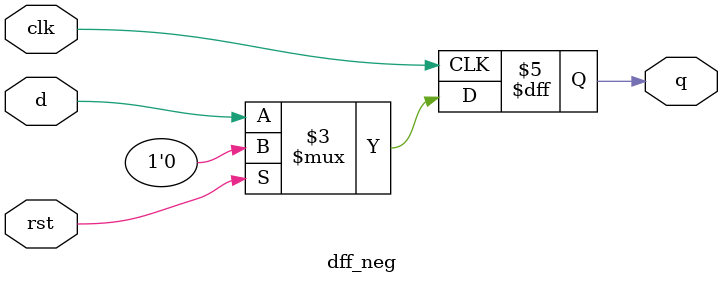
<source format=v>

module dff_pos(d,clk,rst,q);
	input d,clk,rst;
	output reg q;
	
always@(posedge clk) begin
	if(rst)
		q<=0;
	else
		q<=d;
end
endmodule

//D FF Negedge edge module

module dff_neg(d,clk,rst,q);
	input d,clk,rst;
	output reg q;
	
always@(negedge clk) begin
	if(rst)
		q<=0;
	else
		q<=d;
end
endmodule

</source>
